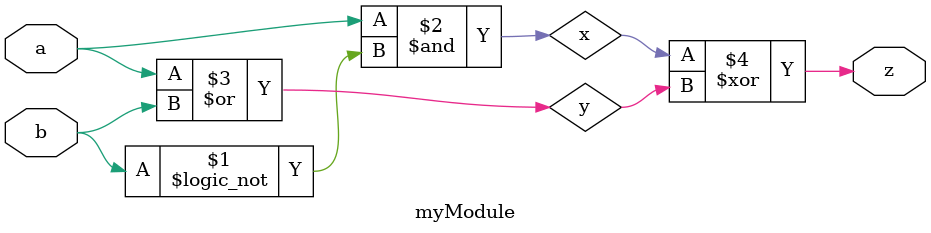
<source format=v>
module myModule(a, b, z);
input a, b;
wire x, y;
output z;

assign #4 x = a & !b;
assign #3 y = a | b;
assign #5 z = x ^ y;

endmodule
</source>
